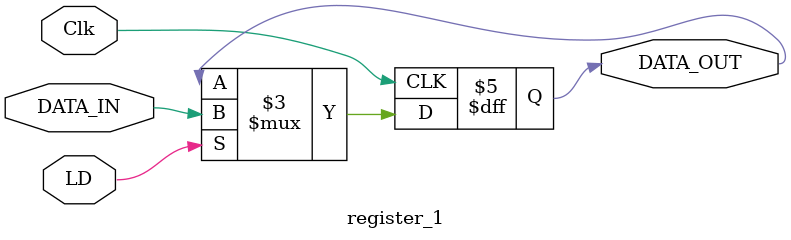
<source format=sv>
module register_1(
	input logic			Clk,
	input logic			LD,
	input logic 		DATA_IN,
	output logic 		DATA_OUT
);

	always_ff @(posedge Clk)
	begin
		if(LD)
			DATA_OUT <= DATA_IN;
		else
			DATA_OUT <= DATA_OUT;
	end

endmodule
</source>
